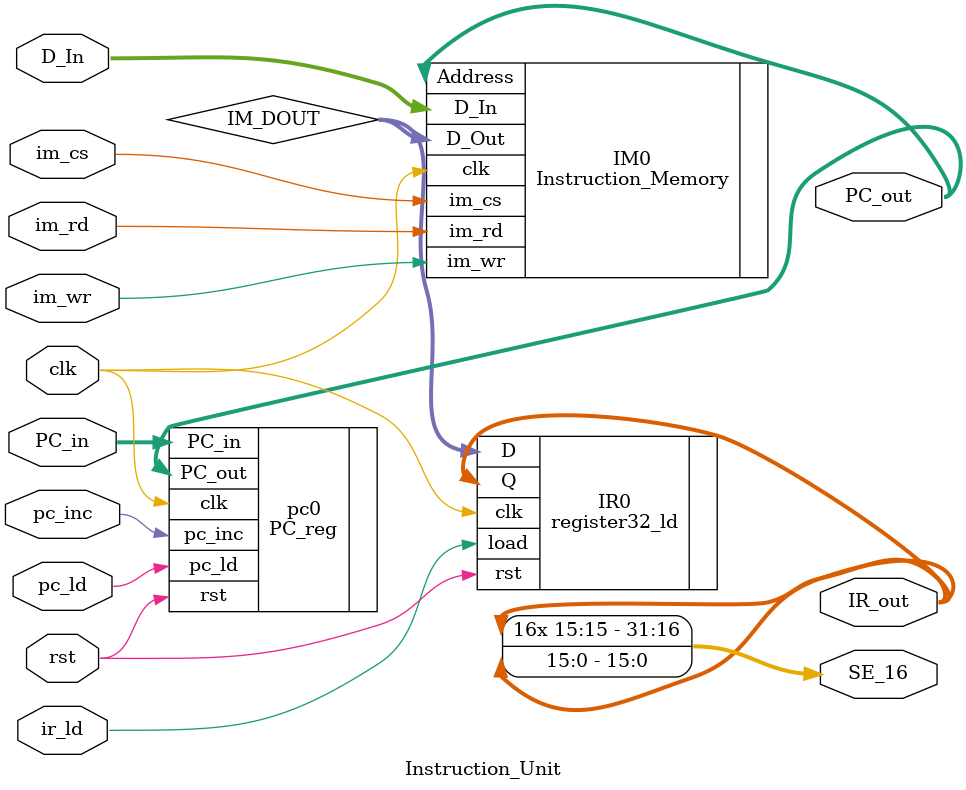
<source format=v>
`timescale 1ns / 1ps
module Instruction_Unit(
	input clk,          input rst,
	input pc_ld,        input pc_inc,
	input im_cs,        input im_wr,
	input im_rd,        input ir_ld, 
	input [31:0] PC_in, input [31:0] D_In,
	
	output wire [31:0] PC_out, output wire [31:0] IR_out,
	output wire [31:0] SE_16
    );

 // internal wire
 wire [31:0] IM_DOUT;
 
 // sign extend
 assign SE_16 = {{16{IR_out[15]}}, IR_out[15:0]};
 
 PC_reg pc0(.PC_in(PC_in), .clk(clk), .rst(rst), .pc_ld(pc_ld), .pc_inc(pc_inc), .PC_out(PC_out));
 
 Instruction_Memory IM0(.clk(clk), .im_cs(im_cs), .im_wr(im_wr), .im_rd(im_rd), .Address(PC_out),
					         .D_In(D_In), .D_Out(IM_DOUT));
 register32_ld IR0(.clk(clk), .rst(rst), .load(ir_ld), .D(IM_DOUT), .Q(IR_out));
 
endmodule

</source>
